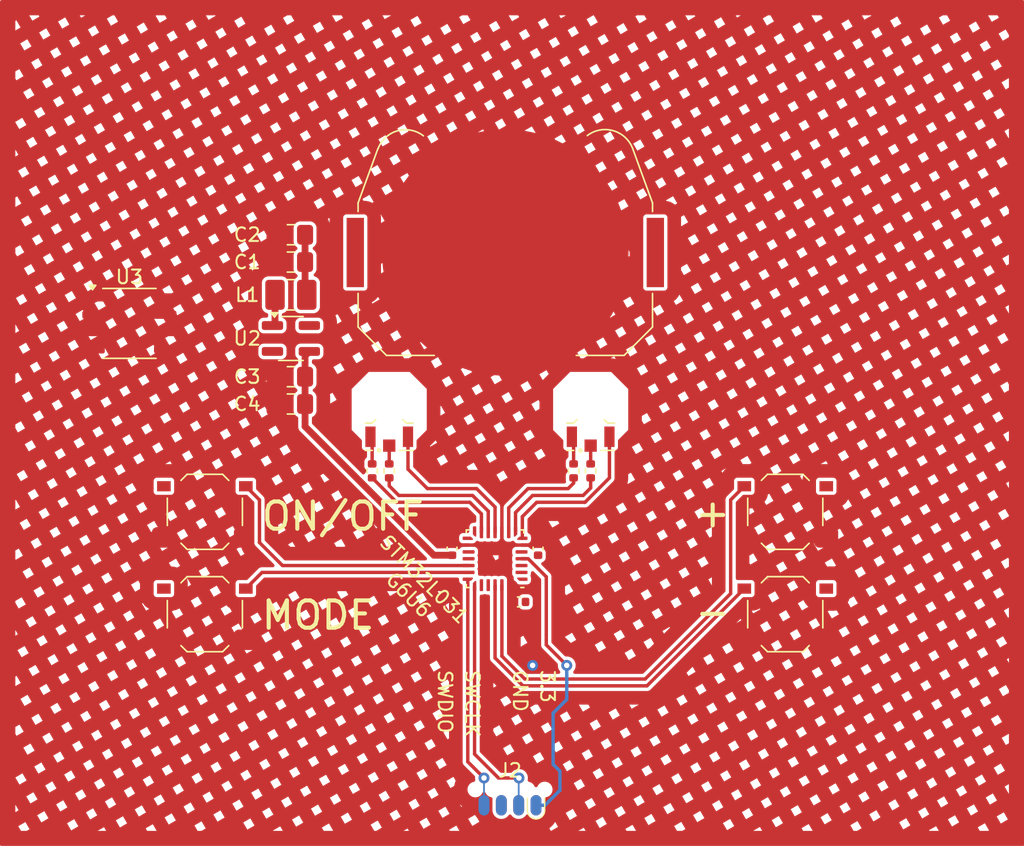
<source format=kicad_pcb>
(kicad_pcb (version 20240108) (generator "pcbnew") (generator_version "8.0")
  (layers (0 "F.Cu" signal) (31 "B.Cu" signal) (34 "B.Paste" user) (35 "F.Paste" user) (36 "B.SilkS" user "B.Silkscreen") (37 "F.SilkS" user "F.Silkscreen") (38 "B.Mask" user) (39 "F.Mask" user) (44 "Edge.Cuts" user))
  (net 0 "")
  (net 1 "GND")
  (net 2 "+3.3V")
  (net 3 "+BATT")
  (net 4 "/GREEN_1")
  (net 5 "/RED_1")
  (net 6 "/RED_K_1")
  (net 7 "/GREEN_K_1")
  (net 8 "/RED_K_2")
  (net 9 "/GREEN_K_2")
  (net 10 "/RED_2")
  (net 11 "/GREEN_2")
  (net 12 "/ANODE_1")
  (net 13 "/SW3")
  (net 14 "/SW4")
  (net 15 "/NRST")
  (net 16 "/SWDIO")
  (net 17 "/SWCLK")
  (net 18 "/ANODE_2")
  (net 19 "/SW1")
  (net 20 "/SW2")
  (net 28 "/SWO")
  (net 31 "/P_IND")
  (net 33 "/SWIO")
  (footprint "Button_Switch_SMD:SW_Push_1P1T_XKB_TS-1187A" (layer "F.Cu") (at 110 70)
    (property "Reference" "SW4")
    (property "Value" "SW_Push")
    (fp_line (start -2.75 -1) (end -2.75 1) (stroke (width 0.12)) (layer "F.SilkS"))
    (fp_line (start -1.75 -2.3) (end -1.3 -2.75) (stroke (width 0.12)) (layer "F.SilkS"))
    (fp_line (start -1.75 2.3) (end -1.3 2.75) (stroke (width 0.12)) (layer "F.SilkS"))
    (fp_line (start -1.3 -2.75) (end 1.3 -2.75) (stroke (width 0.12)) (layer "F.SilkS"))
    (fp_line (start -1.3 2.75) (end 1.3 2.75) (stroke (width 0.12)) (layer "F.SilkS"))
    (fp_line (start 1.75 -2.3) (end 1.3 -2.75) (stroke (width 0.12)) (layer "F.SilkS"))
    (fp_line (start 1.75 2.3) (end 1.3 2.75) (stroke (width 0.12)) (layer "F.SilkS"))
    (fp_line (start 2.75 -1) (end 2.75 1) (stroke (width 0.12)) (layer "F.SilkS"))
    (pad "1" smd rect (at -3 -1.875) (size 1 0.75) (layers "F.Cu" "F.Paste" "F.Mask") (net 14 "/SW4"))
    (pad "1" smd rect (at 3 -1.875) (size 1 0.75) (layers "F.Cu" "F.Paste" "F.Mask") (net 14 "/SW4"))
    (pad "2" smd rect (at -3 1.875) (size 1 0.75) (layers "F.Cu" "F.Paste" "F.Mask") (net 1 "GND"))
    (pad "2" smd rect (at 3 1.875) (size 1 0.75) (layers "F.Cu" "F.Paste" "F.Mask") (net 1 "GND"))
  )
  (footprint "Capacitor_SMD:C_0805_2012Metric_Pad1.18x1.45mm_HandSolder" (layer "F.Cu") (at 73.8 42.2 180)
    (property "Reference" "C2" (at 3.2 0 180) (layer "F.SilkS"))
    (property "Value" "22u")
    (fp_line (start -0.261253 0.735) (end 0.261253 0.735) (stroke (width 0.12)) (layer "F.SilkS"))
    (fp_line (start -0.261253 -0.735) (end 0.261253 -0.735) (stroke (width 0.12)) (layer "F.SilkS"))
    (pad "1" smd roundrect (at -1.0375 0 180) (size 1.175 1.45) (layers "F.Cu" "F.Paste" "F.Mask") (roundrect_rratio 0.212766) (net 3 "+BATT"))
    (pad "2" smd roundrect (at 1.0375 0 180) (size 1.175 1.45) (layers "F.Cu" "F.Paste" "F.Mask") (roundrect_rratio 0.212766) (net 1 "GND"))
  )
  (footprint "LED_SMD:LED_LiteOn_LTST-S326" (layer "F.Cu") (at 95.75 57 90)
    (property "Reference" "D1")
    (property "Value" "LED_Dual_KKA")
    (fp_line (start 1 -1.75) (end 1 -1.25) (stroke (width 0.12)) (layer "F.SilkS"))
    (fp_line (start -1 -1.75) (end -1 -1.25) (stroke (width 0.12)) (layer "F.SilkS"))
    (fp_line (start 1 -1.25) (end 1.25 -1) (stroke (width 0.12)) (layer "F.SilkS"))
    (fp_line (start 1 1.25) (end 1.25 1) (stroke (width 0.12)) (layer "F.SilkS"))
    (fp_line (start 1 1.25) (end 1 1.75) (stroke (width 0.12)) (layer "F.SilkS"))
    (fp_line (start -1 1.75) (end -1 0.75) (stroke (width 0.12)) (layer "F.SilkS"))
    (fp_circle (center -1 -0.75) (end -0.9 -0.75) (stroke (width 0.12)) (fill none) (layer "F.SilkS"))
    (pad "1" smd rect (at 0 -1.375 270) (size 1.5 0.75) (layers "F.Cu" "F.Paste" "F.Mask") (net 6 "/RED_K_1"))
    (pad "2" smd rect (at -0.65 0 270) (size 0.9 0.9) (layers "F.Cu" "F.Paste" "F.Mask") (net 7 "/GREEN_K_1"))
    (pad "3" smd rect (at 0 1.375 270) (size 1.5 0.75) (layers "F.Cu" "F.Paste" "F.Mask") (net 12 "/ANODE_1"))
  )
  (footprint "Resistor_SMD:R_0402_1005Metric" (layer "F.Cu") (at 94.5 59.5 -90)
    (property "Reference" "R1")
    (property "Value" "33R")
    (fp_line (start -0.153641 0.38) (end 0.153641 0.38) (stroke (width 0.12)) (layer "F.SilkS"))
    (fp_line (start -0.153641 -0.38) (end 0.153641 -0.38) (stroke (width 0.12)) (layer "F.SilkS"))
    (pad "1" smd roundrect (at -0.51 0 270) (size 0.54 0.64) (layers "F.Cu" "F.Paste" "F.Mask") (net 6 "/RED_K_1"))
    (pad "2" smd roundrect (at 0.51 0 270) (size 0.54 0.64) (layers "F.Cu" "F.Paste" "F.Mask") (net 5 "/RED_1"))
  )
  (footprint "Capacitor_SMD:C_0805_2012Metric_Pad1.18x1.45mm_HandSolder" (layer "F.Cu") (at 73.8 54.6 180)
    (property "Reference" "C4" (at 3.2 0 180) (layer "F.SilkS"))
    (property "Value" "22u")
    (fp_line (start -0.261253 0.735) (end 0.261253 0.735) (stroke (width 0.12)) (layer "F.SilkS"))
    (fp_line (start -0.261253 -0.735) (end 0.261253 -0.735) (stroke (width 0.12)) (layer "F.SilkS"))
    (pad "1" smd roundrect (at -1.0375 0 180) (size 1.175 1.45) (layers "F.Cu" "F.Paste" "F.Mask") (roundrect_rratio 0.212766) (net 2 "+3.3V"))
    (pad "2" smd roundrect (at 1.0375 0 180) (size 1.175 1.45) (layers "F.Cu" "F.Paste" "F.Mask") (roundrect_rratio 0.212766) (net 1 "GND"))
  )
  (footprint "Package_SO:SOP-8_3.9x4.9mm_P1.27mm" (layer "F.Cu") (at 61.975 48.695)
    (property "Reference" "U3" (at 0 -3.4 0) (layer "F.SilkS"))
    (property "Value" "CH32V003JxMx")
    (fp_line (start 0 -2.56) (end -1.95 -2.56) (stroke (width 0.12)) (layer "F.SilkS"))
    (fp_line (start 0 -2.56) (end 1.95 -2.56) (stroke (width 0.12)) (layer "F.SilkS"))
    (fp_line (start 0 2.56) (end -1.95 2.56) (stroke (width 0.12)) (layer "F.SilkS"))
    (fp_line (start 0 2.56) (end 1.95 2.56) (stroke (width 0.12)) (layer "F.SilkS"))
    (fp_poly (pts (xy -2.7 -2.465) (xy -2.94 -2.795) (xy -2.46 -2.795) (xy -2.7 -2.465)) (stroke (width 0.12)) (fill solid) (layer "F.SilkS"))
    (pad "1" smd roundrect (at -2.625 -1.905) (size 1.65 0.6) (layers "F.Cu" "F.Paste" "F.Mask"))
    (pad "2" smd roundrect (at -2.625 -0.635) (size 1.65 0.6) (layers "F.Cu" "F.Paste" "F.Mask") (net 1 "GND"))
    (pad "3" smd roundrect (at -2.625 0.635) (size 1.65 0.6) (layers "F.Cu" "F.Paste" "F.Mask"))
    (pad "4" smd roundrect (at -2.625 1.905) (size 1.65 0.6) (layers "F.Cu" "F.Paste" "F.Mask") (net 2 "+3.3V"))
    (pad "5" smd roundrect (at 2.625 1.905) (size 1.65 0.6) (layers "F.Cu" "F.Paste" "F.Mask"))
    (pad "6" smd roundrect (at 2.625 0.635) (size 1.65 0.6) (layers "F.Cu" "F.Paste" "F.Mask"))
    (pad "7" smd roundrect (at 2.625 -0.635) (size 1.65 0.6) (layers "F.Cu" "F.Paste" "F.Mask"))
    (pad "8" smd roundrect (at 2.625 -1.905) (size 1.65 0.6) (layers "F.Cu" "F.Paste" "F.Mask") (net 33 "/SWIO"))
  )
  (footprint "Button_Switch_SMD:SW_Push_1P1T_XKB_TS-1187A" (layer "F.Cu") (at 110 62.5)
    (property "Reference" "SW3")
    (property "Value" "SW_Push")
    (fp_line (start -2.75 -1) (end -2.75 1) (stroke (width 0.12)) (layer "F.SilkS"))
    (fp_line (start -1.75 -2.3) (end -1.3 -2.75) (stroke (width 0.12)) (layer "F.SilkS"))
    (fp_line (start -1.75 2.3) (end -1.3 2.75) (stroke (width 0.12)) (layer "F.SilkS"))
    (fp_line (start -1.3 -2.75) (end 1.3 -2.75) (stroke (width 0.12)) (layer "F.SilkS"))
    (fp_line (start -1.3 2.75) (end 1.3 2.75) (stroke (width 0.12)) (layer "F.SilkS"))
    (fp_line (start 1.75 -2.3) (end 1.3 -2.75) (stroke (width 0.12)) (layer "F.SilkS"))
    (fp_line (start 1.75 2.3) (end 1.3 2.75) (stroke (width 0.12)) (layer "F.SilkS"))
    (fp_line (start 2.75 -1) (end 2.75 1) (stroke (width 0.12)) (layer "F.SilkS"))
    (pad "1" smd rect (at -3 -1.875) (size 1 0.75) (layers "F.Cu" "F.Paste" "F.Mask") (net 13 "/SW3"))
    (pad "1" smd rect (at 3 -1.875) (size 1 0.75) (layers "F.Cu" "F.Paste" "F.Mask") (net 13 "/SW3"))
    (pad "2" smd rect (at -3 1.875) (size 1 0.75) (layers "F.Cu" "F.Paste" "F.Mask") (net 1 "GND"))
    (pad "2" smd rect (at 3 1.875) (size 1 0.75) (layers "F.Cu" "F.Paste" "F.Mask") (net 1 "GND"))
  )
  (footprint "Resistor_SMD:R_0402_1005Metric" (layer "F.Cu") (at 81 59.5 -90)
    (property "Reference" "R4")
    (property "Value" "33R" (hide yes))
    (fp_line (start -0.153641 0.38) (end 0.153641 0.38) (stroke (width 0.12)) (layer "F.SilkS"))
    (fp_line (start -0.153641 -0.38) (end 0.153641 -0.38) (stroke (width 0.12)) (layer "F.SilkS"))
    (pad "1" smd roundrect (at -0.51 0 270) (size 0.54 0.64) (layers "F.Cu" "F.Paste" "F.Mask") (net 9 "/GREEN_K_2"))
    (pad "2" smd roundrect (at 0.51 0 270) (size 0.54 0.64) (layers "F.Cu" "F.Paste" "F.Mask") (net 11 "/GREEN_2"))
  )
  (footprint "Inductor_SMD:L_1008_2520Metric_Pad1.43x2.20mm_HandSolder" (layer "F.Cu") (at 73.8 46.6 180)
    (property "Reference" "L1" (at 3.2 0 180) (layer "F.SilkS"))
    (property "Value" "4.7uH")
    (fp_line (start -0.261253 1.11) (end 0.261253 1.11) (stroke (width 0.12)) (layer "F.SilkS"))
    (fp_line (start -0.261253 -1.11) (end 0.261253 -1.11) (stroke (width 0.12)) (layer "F.SilkS"))
    (pad "1" smd roundrect (at -1.162501 0 180) (size 1.425 2.2) (layers "F.Cu" "F.Paste" "F.Mask") (roundrect_rratio 0.175439) (net 3 "+BATT"))
    (pad "2" smd roundrect (at 1.162501 0 180) (size 1.425 2.2) (layers "F.Cu" "F.Paste" "F.Mask") (roundrect_rratio 0.175439) (net 31 "/P_IND"))
  )
  (footprint "Resistor_SMD:R_0402_1005Metric" (layer "F.Cu") (at 95.75 59.5 -90)
    (property "Reference" "R2")
    (property "Value" "33R")
    (fp_line (start -0.153641 0.38) (end 0.153641 0.38) (stroke (width 0.12)) (layer "F.SilkS"))
    (fp_line (start -0.153641 -0.38) (end 0.153641 -0.38) (stroke (width 0.12)) (layer "F.SilkS"))
    (pad "1" smd roundrect (at -0.51 0 270) (size 0.54 0.64) (layers "F.Cu" "F.Paste" "F.Mask") (net 7 "/GREEN_K_1"))
    (pad "2" smd roundrect (at 0.51 0 270) (size 0.54 0.64) (layers "F.Cu" "F.Paste" "F.Mask") (net 4 "/GREEN_1"))
  )
  (footprint "Capacitor_SMD:C_0402_1005Metric" (layer "F.Cu") (at 91.9 65.2 90)
    (property "Reference" "C6")
    (property "Value" "100n")
    (fp_line (start -0.107836 -0.36) (end 0.107836 -0.36) (stroke (width 0.12)) (layer "F.SilkS"))
    (fp_line (start -0.107836 0.36) (end 0.107836 0.36) (stroke (width 0.12)) (layer "F.SilkS"))
    (pad "1" smd roundrect (at -0.48 0 90) (size 0.56 0.62) (layers "F.Cu" "F.Paste" "F.Mask") (net 2 "+3.3V"))
    (pad "2" smd roundrect (at 0.48 0 90) (size 0.56 0.62) (layers "F.Cu" "F.Paste" "F.Mask") (net 1 "GND"))
  )
  (footprint "Capacitor_SMD:C_0805_2012Metric_Pad1.18x1.45mm_HandSolder" (layer "F.Cu") (at 73.8 52.6 180)
    (property "Reference" "C3" (at 3.2 0 180) (layer "F.SilkS"))
    (property "Value" "22u")
    (fp_line (start -0.261253 0.735) (end 0.261253 0.735) (stroke (width 0.12)) (layer "F.SilkS"))
    (fp_line (start -0.261253 -0.735) (end 0.261253 -0.735) (stroke (width 0.12)) (layer "F.SilkS"))
    (pad "1" smd roundrect (at -1.0375 0 180) (size 1.175 1.45) (layers "F.Cu" "F.Paste" "F.Mask") (roundrect_rratio 0.212766) (net 2 "+3.3V"))
    (pad "2" smd roundrect (at 1.0375 0 180) (size 1.175 1.45) (layers "F.Cu" "F.Paste" "F.Mask") (roundrect_rratio 0.212766) (net 1 "GND"))
  )
  (footprint "Resistor_SMD:R_0402_1005Metric" (layer "F.Cu") (at 79.75 59.5 -90)
    (property "Reference" "R3")
    (property "Value" "33R" (hide yes))
    (fp_line (start -0.153641 0.38) (end 0.153641 0.38) (stroke (width 0.12)) (layer "F.SilkS"))
    (fp_line (start -0.153641 -0.38) (end 0.153641 -0.38) (stroke (width 0.12)) (layer "F.SilkS"))
    (pad "1" smd roundrect (at -0.51 0 270) (size 0.54 0.64) (layers "F.Cu" "F.Paste" "F.Mask") (net 8 "/RED_K_2"))
    (pad "2" smd roundrect (at 0.51 0 270) (size 0.54 0.64) (layers "F.Cu" "F.Paste" "F.Mask") (net 10 "/RED_2"))
  )
  (footprint "Capacitor_SMD:C_0805_2012Metric_Pad1.18x1.45mm_HandSolder" (layer "F.Cu") (at 73.8 44.2 180)
    (property "Reference" "C1" (at 3.2 0 180) (layer "F.SilkS"))
    (property "Value" "22u")
    (fp_line (start -0.261253 0.735) (end 0.261253 0.735) (stroke (width 0.12)) (layer "F.SilkS"))
    (fp_line (start -0.261253 -0.735) (end 0.261253 -0.735) (stroke (width 0.12)) (layer "F.SilkS"))
    (pad "1" smd roundrect (at -1.0375 0 180) (size 1.175 1.45) (layers "F.Cu" "F.Paste" "F.Mask") (roundrect_rratio 0.212766) (net 3 "+BATT"))
    (pad "2" smd roundrect (at 1.0375 0 180) (size 1.175 1.45) (layers "F.Cu" "F.Paste" "F.Mask") (roundrect_rratio 0.212766) (net 1 "GND"))
  )
  (footprint "Capacitor_SMD:C_0402_1005Metric" (layer "F.Cu") (at 90.5 69.1 180)
    (property "Reference" "C7")
    (property "Value" "100n")
    (fp_line (start -0.107836 0.36) (end 0.107836 0.36) (stroke (width 0.12)) (layer "F.SilkS"))
    (fp_line (start -0.107836 -0.36) (end 0.107836 -0.36) (stroke (width 0.12)) (layer "F.SilkS"))
    (pad "1" smd roundrect (at -0.48 0 180) (size 0.56 0.62) (layers "F.Cu" "F.Paste" "F.Mask") (net 2 "+3.3V"))
    (pad "2" smd roundrect (at 0.48 0 180) (size 0.56 0.62) (layers "F.Cu" "F.Paste" "F.Mask") (net 1 "GND"))
  )
  (footprint "LED_SMD:LED_LiteOn_LTST-S326" (layer "F.Cu") (at 81 57 90)
    (property "Reference" "D2")
    (property "Value" "LED_Dual_KKA")
    (fp_line (start 1 -1.75) (end 1 -1.25) (stroke (width 0.12)) (layer "F.SilkS"))
    (fp_line (start -1 -1.75) (end -1 -1.25) (stroke (width 0.12)) (layer "F.SilkS"))
    (fp_line (start 1 -1.25) (end 1.25 -1) (stroke (width 0.12)) (layer "F.SilkS"))
    (fp_line (start 1 1.25) (end 1.25 1) (stroke (width 0.12)) (layer "F.SilkS"))
    (fp_line (start 1 1.25) (end 1 1.75) (stroke (width 0.12)) (layer "F.SilkS"))
    (fp_line (start -1 1.75) (end -1 0.75) (stroke (width 0.12)) (layer "F.SilkS"))
    (fp_circle (center -1 -0.75) (end -0.9 -0.75) (stroke (width 0.12)) (fill none) (layer "F.SilkS"))
    (pad "1" smd rect (at 0 -1.375 270) (size 1.5 0.75) (layers "F.Cu" "F.Paste" "F.Mask") (net 8 "/RED_K_2"))
    (pad "2" smd rect (at -0.65 0 270) (size 0.9 0.9) (layers "F.Cu" "F.Paste" "F.Mask") (net 9 "/GREEN_K_2"))
    (pad "3" smd rect (at 0 1.375 270) (size 1.5 0.75) (layers "F.Cu" "F.Paste" "F.Mask") (net 18 "/ANODE_2"))
  )
  (footprint "Button_Switch_SMD:SW_Push_1P1T_XKB_TS-1187A" (layer "F.Cu") (at 67.5 62.5)
    (property "Reference" "SW1")
    (property "Value" "SW_Push")
    (fp_line (start -2.75 -1) (end -2.75 1) (stroke (width 0.12)) (layer "F.SilkS"))
    (fp_line (start -1.75 -2.3) (end -1.3 -2.75) (stroke (width 0.12)) (layer "F.SilkS"))
    (fp_line (start -1.75 2.3) (end -1.3 2.75) (stroke (width 0.12)) (layer "F.SilkS"))
    (fp_line (start -1.3 -2.75) (end 1.3 -2.75) (stroke (width 0.12)) (layer "F.SilkS"))
    (fp_line (start -1.3 2.75) (end 1.3 2.75) (stroke (width 0.12)) (layer "F.SilkS"))
    (fp_line (start 1.75 -2.3) (end 1.3 -2.75) (stroke (width 0.12)) (layer "F.SilkS"))
    (fp_line (start 1.75 2.3) (end 1.3 2.75) (stroke (width 0.12)) (layer "F.SilkS"))
    (fp_line (start 2.75 -1) (end 2.75 1) (stroke (width 0.12)) (layer "F.SilkS"))
    (pad "1" smd rect (at -3 -1.875) (size 1 0.75) (layers "F.Cu" "F.Paste" "F.Mask") (net 19 "/SW1"))
    (pad "1" smd rect (at 3 -1.875) (size 1 0.75) (layers "F.Cu" "F.Paste" "F.Mask") (net 19 "/SW1"))
    (pad "2" smd rect (at -3 1.875) (size 1 0.75) (layers "F.Cu" "F.Paste" "F.Mask") (net 1 "GND"))
    (pad "2" smd rect (at 3 1.875) (size 1 0.75) (layers "F.Cu" "F.Paste" "F.Mask") (net 1 "GND"))
  )
  (footprint "Capacitor_SMD:C_0402_1005Metric" (layer "F.Cu") (at 85.6 65.2 90)
    (property "Reference" "C5")
    (property "Value" "100n")
    (fp_line (start -0.107836 -0.36) (end 0.107836 -0.36) (stroke (width 0.12)) (layer "F.SilkS"))
    (fp_line (start -0.107836 0.36) (end 0.107836 0.36) (stroke (width 0.12)) (layer "F.SilkS"))
    (pad "1" smd roundrect (at -0.48 0 90) (size 0.56 0.62) (layers "F.Cu" "F.Paste" "F.Mask") (net 2 "+3.3V"))
    (pad "2" smd roundrect (at 0.48 0 90) (size 0.56 0.62) (layers "F.Cu" "F.Paste" "F.Mask") (net 1 "GND"))
  )
  (footprint "SOIC Bite:SOIC_clipProgSmall" (layer "F.Cu") (at 89.845 84.75)
    (property "Reference" "J2" (at 0 -3.302 0) (layer "F.SilkS"))
    (property "Value" "SWD")
    (fp_line (start 1.27 -0.381) (end 1.27 -1.27) (stroke (width 0.1)) (layer "F.SilkS"))
    (fp_line (start 2.54 -0.381) (end 2.54 -1.27) (stroke (width 0.1)) (layer "F.SilkS"))
    (fp_arc (start 2.54 -0.381) (mid 1.905 0.254) (end 1.27 -0.381) (stroke (width 0.1)) (layer "F.SilkS"))
    (pad "" np_thru_hole circle (at -2.54 -1.905) (size 0.7 0.7) (drill 0.7) (layers "*.Cu" "*.Mask"))
    (pad "" np_thru_hole circle (at -1.27 -1.905) (size 0.7 0.7) (drill 0.7) (layers "*.Cu" "*.Mask"))
    (pad "" np_thru_hole circle (at 0 -1.905) (size 0.7 0.7) (drill 0.7) (layers "*.Cu" "*.Mask"))
    (pad "" np_thru_hole circle (at 1.27 -1.905) (size 0.7 0.7) (drill 0.7) (layers "*.Cu" "*.Mask"))
    (pad "" np_thru_hole circle (at 2.54 -1.905) (size 0.7 0.7) (drill 0.7) (layers "*.Cu" "*.Mask"))
    (pad "1" smd oval (at 1.905 -0.75) (size 0.8 1.5) (layers "F.Cu" "F.Mask") (net 2 "+3.3V"))
    (pad "2" smd oval (at 0.635 -0.75) (size 0.8 1.5) (layers "F.Cu" "F.Mask"))
    (pad "3" smd oval (at -0.635 -0.75) (size 0.8 1.5) (layers "F.Cu" "F.Mask"))
    (pad "4" smd oval (at -1.905 -0.75) (size 0.8 1.5) (layers "F.Cu" "F.Mask") (net 1 "GND"))
    (pad "5" smd oval (at -1.905 -0.75) (size 0.8 1.5) (layers "B.Cu" "B.Mask") (net 16 "/SWDIO"))
    (pad "6" smd oval (at -0.635 -0.75) (size 0.8 1.5) (layers "B.Cu" "B.Mask") (net 28 "/SWO"))
    (pad "7" smd oval (at 0.635 -0.75) (size 0.8 1.5) (layers "B.Cu" "B.Mask") (net 17 "/SWCLK"))
    (pad "8" smd oval (at 1.905 -0.75) (size 0.8 1.5) (layers "B.Cu" "B.Mask") (net 15 "/NRST"))
  )
  (footprint "Button_Switch_SMD:SW_Push_1P1T_XKB_TS-1187A" (layer "F.Cu") (at 67.5 70)
    (property "Reference" "SW2")
    (property "Value" "SW_Push")
    (fp_line (start -2.75 -1) (end -2.75 1) (stroke (width 0.12)) (layer "F.SilkS"))
    (fp_line (start -1.75 -2.3) (end -1.3 -2.75) (stroke (width 0.12)) (layer "F.SilkS"))
    (fp_line (start -1.75 2.3) (end -1.3 2.75) (stroke (width 0.12)) (layer "F.SilkS"))
    (fp_line (start -1.3 -2.75) (end 1.3 -2.75) (stroke (width 0.12)) (layer "F.SilkS"))
    (fp_line (start -1.3 2.75) (end 1.3 2.75) (stroke (width 0.12)) (layer "F.SilkS"))
    (fp_line (start 1.75 -2.3) (end 1.3 -2.75) (stroke (width 0.12)) (layer "F.SilkS"))
    (fp_line (start 1.75 2.3) (end 1.3 2.75) (stroke (width 0.12)) (layer "F.SilkS"))
    (fp_line (start 2.75 -1) (end 2.75 1) (stroke (width 0.12)) (layer "F.SilkS"))
    (pad "1" smd rect (at -3 -1.875) (size 1 0.75) (layers "F.Cu" "F.Paste" "F.Mask") (net 20 "/SW2"))
    (pad "1" smd rect (at 3 -1.875) (size 1 0.75) (layers "F.Cu" "F.Paste" "F.Mask") (net 20 "/SW2"))
    (pad "2" smd rect (at -3 1.875) (size 1 0.75) (layers "F.Cu" "F.Paste" "F.Mask") (net 1 "GND"))
    (pad "2" smd rect (at 3 1.875) (size 1 0.75) (layers "F.Cu" "F.Paste" "F.Mask") (net 1 "GND"))
  )
  (footprint "Package_TO_SOT_SMD:SOT-23-5_HandSoldering" (layer "F.Cu") (at 73.8 49.8)
    (property "Reference" "U2" (at -3.2 0 0) (layer "F.SilkS"))
    (property "Value" "TPS613221ADBV")
    (fp_line (start -0.9 1.61) (end 0.9 1.61) (stroke (width 0.12)) (layer "F.SilkS"))
    (fp_line (start 0.1 -1.61) (end -0.7 -1.61) (stroke (width 0.12)) (layer "F.SilkS"))
    (fp_line (start 0.1 -1.61) (end 0.9 -1.61) (stroke (width 0.12)) (layer "F.SilkS"))
    (fp_poly (pts (xy -1.2 -1.56) (xy -1.44 -1.89) (xy -0.96 -1.89) (xy -1.2 -1.56)) (stroke (width 0.12)) (fill solid) (layer "F.SilkS"))
    (pad "1" smd roundrect (at -1.35 -0.95) (size 1.56 0.65) (layers "F.Cu" "F.Paste" "F.Mask") (net 31 "/P_IND"))
    (pad "2" smd roundrect (at -1.35 0) (size 1.56 0.65) (layers "F.Cu" "F.Paste" "F.Mask") (net 1 "GND"))
    (pad "3" smd roundrect (at -1.35 0.95) (size 1.56 0.65) (layers "F.Cu" "F.Paste" "F.Mask"))
    (pad "4" smd roundrect (at 1.35 0.95) (size 1.56 0.65) (layers "F.Cu" "F.Paste" "F.Mask") (net 2 "+3.3V"))
    (pad "5" smd roundrect (at 1.35 -0.95) (size 1.56 0.65) (layers "F.Cu" "F.Paste" "F.Mask"))
  )
  (footprint "Package_DFN_QFN:QFN-28_4x4mm_P0.5mm" (layer "F.Cu") (at 88.75 65.9375 180)
    (property "Reference" "U1")
    (property "Value" "STM32L031G6U6")
    (fp_line (start 2.11 2.11) (end 2.11 1.885) (stroke (width 0.12)) (layer "F.SilkS"))
    (fp_line (start 2.11 -2.11) (end 2.11 -1.885) (stroke (width 0.12)) (layer "F.SilkS"))
    (fp_line (start 1.885 2.11) (end 2.11 2.11) (stroke (width 0.12)) (layer "F.SilkS"))
    (fp_line (start 1.885 -2.11) (end 2.11 -2.11) (stroke (width 0.12)) (layer "F.SilkS"))
    (fp_line (start -1.885 2.11) (end -2.11 2.11) (stroke (width 0.12)) (layer "F.SilkS"))
    (fp_line (start -1.885 -2.11) (end -2.11 -2.11) (stroke (width 0.12)) (layer "F.SilkS"))
    (fp_line (start -2.11 2.11) (end -2.11 1.885) (stroke (width 0.12)) (layer "F.SilkS"))
    (pad "1" smd custom (at -1.9975 -1.5 180) (size 0.136863 0.136863) (layers "F.Cu" "F.Paste" "F.Mask") (net 2 "+3.3V") (options (clearance outline) (anchor circle)) (primitives (gr_poly (pts (xy 0.3325 0.05364) (xy 0.3325 0.08) (xy -0.3325 0.08) (xy -0.3325 -0.08) (xy 0.19886 -0.08)) (width 0.09) (fill yes))))
    (pad "2" smd roundrect (at -1.9375 -1 180) (size 0.875 0.25) (layers "F.Cu" "F.Paste" "F.Mask") (net 2 "+3.3V"))
    (pad "3" smd roundrect (at -1.9375 -0.5 180) (size 0.875 0.25) (layers "F.Cu" "F.Paste" "F.Mask") (net 2 "+3.3V"))
    (pad "4" smd roundrect (at -1.9375 0 180) (size 0.875 0.25) (layers "F.Cu" "F.Paste" "F.Mask") (net 15 "/NRST"))
    (pad "5" smd roundrect (at -1.9375 0.5 180) (size 0.875 0.25) (layers "F.Cu" "F.Paste" "F.Mask") (net 2 "+3.3V"))
    (pad "6" smd roundrect (at -1.9375 1 180) (size 0.875 0.25) (layers "F.Cu" "F.Paste" "F.Mask") (net 1 "GND"))
    (pad "7" smd custom (at -1.9975 1.5 180) (size 0.136863 0.136863) (layers "F.Cu" "F.Paste" "F.Mask") (net 12 "/ANODE_1") (options (clearance outline) (anchor circle)) (primitives (gr_poly (pts (xy 0.3325 -0.05364) (xy 0.19886 0.08) (xy -0.3325 0.08) (xy -0.3325 -0.08) (xy 0.3325 -0.08)) (width 0.09) (fill yes))))
    (pad "8" smd custom (at -1.5 1.9975 180) (size 0.136863 0.136863) (layers "F.Cu" "F.Paste" "F.Mask") (net 4 "/GREEN_1") (options (clearance outline) (anchor circle)) (primitives (gr_poly (pts (xy 0.08 0.3325) (xy -0.08 0.3325) (xy -0.08 -0.19886) (xy 0.05364 -0.3325) (xy 0.08 -0.3325)) (width 0.09) (fill yes))))
    (pad "9" smd roundrect (at -1 1.9375 180) (size 0.25 0.875) (layers "F.Cu" "F.Paste" "F.Mask") (net 5 "/RED_1"))
    (pad "10" smd roundrect (at -0.5 1.9375 180) (size 0.25 0.875) (layers "F.Cu" "F.Paste" "F.Mask") (net 1 "GND"))
    (pad "11" smd roundrect (at 0 1.9375 180) (size 0.25 0.875) (layers "F.Cu" "F.Paste" "F.Mask") (net 18 "/ANODE_2"))
    (pad "12" smd roundrect (at 0.5 1.9375 180) (size 0.25 0.875) (layers "F.Cu" "F.Paste" "F.Mask") (net 11 "/GREEN_2"))
    (pad "13" smd roundrect (at 1 1.9375 180) (size 0.25 0.875) (layers "F.Cu" "F.Paste" "F.Mask") (net 10 "/RED_2"))
    (pad "14" smd custom (at 1.5 1.9975 180) (size 0.136863 0.136863) (layers "F.Cu" "F.Paste" "F.Mask") (options (clearance outline) (anchor circle)) (primitives (gr_poly (pts (xy 0.08 -0.19886) (xy 0.08 0.3325) (xy -0.08 0.3325) (xy -0.08 -0.3325) (xy -0.05364 -0.3325)) (width 0.09) (fill yes))))
    (pad "15" smd custom (at 1.9975 1.5 180) (size 0.136863 0.136863) (layers "F.Cu" "F.Paste" "F.Mask") (options (clearance outline) (anchor circle)) (primitives (gr_poly (pts (xy 0.3325 0.08) (xy -0.19886 0.08) (xy -0.3325 -0.05364) (xy -0.3325 -0.08) (xy 0.3325 -0.08)) (width 0.09) (fill yes))))
    (pad "16" smd roundrect (at 1.9375 1 180) (size 0.875 0.25) (layers "F.Cu" "F.Paste" "F.Mask") (net 1 "GND"))
    (pad "17" smd roundrect (at 1.9375 0.5 180) (size 0.875 0.25) (layers "F.Cu" "F.Paste" "F.Mask") (net 2 "+3.3V"))
    (pad "18" smd roundrect (at 1.9375 0 180) (size 0.875 0.25) (layers "F.Cu" "F.Paste" "F.Mask"))
    (pad "19" smd roundrect (at 1.9375 -0.5 180) (size 0.875 0.25) (layers "F.Cu" "F.Paste" "F.Mask") (net 19 "/SW1"))
    (pad "20" smd roundrect (at 1.9375 -1 180) (size 0.875 0.25) (layers "F.Cu" "F.Paste" "F.Mask") (net 20 "/SW2"))
    (pad "21" smd custom (at 1.9975 -1.5 180) (size 0.136863 0.136863) (layers "F.Cu" "F.Paste" "F.Mask") (net 16 "/SWDIO") (options (clearance outline) (anchor circle)) (primitives (gr_poly (pts (xy 0.3325 0.08) (xy -0.3325 0.08) (xy -0.3325 0.05364) (xy -0.19886 -0.08) (xy 0.3325 -0.08)) (width 0.09) (fill yes))))
    (pad "22" smd custom (at 1.5 -1.9975 180) (size 0.136863 0.136863) (layers "F.Cu" "F.Paste" "F.Mask") (net 17 "/SWCLK") (options (clearance outline) (anchor circle)) (primitives (gr_poly (pts (xy 0.08 0.19886) (xy -0.05364 0.3325) (xy -0.08 0.3325) (xy -0.08 -0.3325) (xy 0.08 -0.3325)) (width 0.09) (fill yes))))
    (pad "23" smd roundrect (at 1 -1.9375 180) (size 0.25 0.875) (layers "F.Cu" "F.Paste" "F.Mask"))
    (pad "24" smd roundrect (at 0.5 -1.9375 180) (size 0.25 0.875) (layers "F.Cu" "F.Paste" "F.Mask"))
    (pad "25" smd roundrect (at 0 -1.9375 180) (size 0.25 0.875) (layers "F.Cu" "F.Paste" "F.Mask") (net 14 "/SW4"))
    (pad "26" smd roundrect (at -0.5 -1.9375 180) (size 0.25 0.875) (layers "F.Cu" "F.Paste" "F.Mask") (net 13 "/SW3"))
    (pad "27" smd roundrect (at -1 -1.9375 180) (size 0.25 0.875) (layers "F.Cu" "F.Paste" "F.Mask") (net 1 "GND"))
    (pad "28" smd custom (at -1.5 -1.9975 180) (size 0.136863 0.136863) (layers "F.Cu" "F.Paste" "F.Mask") (net 1 "GND") (options (clearance outline) (anchor circle)) (primitives (gr_poly (pts (xy 0.08 0.3325) (xy 0.05364 0.3325) (xy -0.08 0.19886) (xy -0.08 -0.3325) (xy 0.08 -0.3325)) (width 0.09) (fill yes))))
  )
  (footprint "Battery:BatteryHolder_Keystone_3034_1x20mm" (layer "F.Cu") (at 89.5 43.5 180)
    (property "Reference" "BT1")
    (property "Value" "CR2032")
    (fp_line (start 10.78 3.63) (end 9.34 7.58) (stroke (width 0.12)) (layer "F.SilkS"))
    (fp_line (start 10.78 3) (end 10.78 3.63) (stroke (width 0.12)) (layer "F.SilkS"))
    (fp_line (start 10.78 -5.46) (end 10.78 -3) (stroke (width 0.12)) (layer "F.SilkS"))
    (fp_line (start 8.7 -7.54) (end 10.78 -5.46) (stroke (width 0.12)) (layer "F.SilkS"))
    (fp_line (start 8.7 -7.54) (end 5.2 -7.54) (stroke (width 0.12)) (layer "F.SilkS"))
    (fp_line (start -5.2 -7.54) (end -8.7 -7.54) (stroke (width 0.12)) (layer "F.SilkS"))
    (fp_line (start -8.7 -7.54) (end -10.78 -5.46) (stroke (width 0.12)) (layer "F.SilkS"))
    (fp_line (start -10.78 3.63) (end -9.34 7.58) (stroke (width 0.12)) (layer "F.SilkS"))
    (fp_line (start -10.78 3) (end -10.78 3.63) (stroke (width 0.12)) (layer "F.SilkS"))
    (fp_line (start -10.78 -5.46) (end -10.78 -3) (stroke (width 0.12)) (layer "F.SilkS"))
    (fp_arc (start 9.325243 7.588169) (mid 7.90634 8.911668) (end 6 8.55) (stroke (width 0.12)) (layer "F.SilkS"))
    (fp_arc (start -6.003354 8.56653) (mid -7.921654 8.918738) (end -9.34 7.58) (stroke (width 0.12)) (layer "F.SilkS"))
    (pad "1" smd rect (at -10.985 0 180) (size 1.27 5.08) (layers "F.Cu" "F.Paste" "F.Mask") (net 3 "+BATT"))
    (pad "1" smd rect (at 10.985 0 180) (size 1.27 5.08) (layers "F.Cu" "F.Paste" "F.Mask") (net 3 "+BATT"))
    (pad "2" smd circle (at 0 0 180) (size 17.8 17.8) (layers "F.Cu" "F.Mask") (net 1 "GND"))
  )
  (gr_text "SWDIO" (at 84.5 74 -90) (layer "F.SilkS") (effects (font (size 1 1)) (justify left bottom)))
  (gr_text "+" (at 103.25 63.75 0) (layer "F.SilkS") (effects (font (size 2 2) (thickness 0.3)) (justify left bottom)))
  (gr_text "STM32L031\nG6U6" (at 82 69 -45) (layer "F.SilkS") (effects (font (size 1 1)) (justify bottom)))
  (gr_text "MODE" (at 71.5 71.25 0) (layer "F.SilkS") (effects (font (size 2 2) (thickness 0.3)) (justify left bottom)))
  (gr_text "GND" (at 90 74 -90) (layer "F.SilkS") (effects (font (size 1 1)) (justify left bottom)))
  (gr_text "SWCLK" (at 86.5 74 -90) (layer "F.SilkS") (effects (font (size 1 1)) (justify left bottom)))
  (gr_text "3.3" (at 92 74 -90) (layer "F.SilkS") (effects (font (size 1 1)) (justify left bottom)))
  (gr_text "-" (at 103.25 71 0) (layer "F.SilkS") (effects (font (size 2 2) (thickness 0.3)) (justify left bottom)))
  (gr_text "ON/OFF" (at 71.5 64 0) (layer "F.SilkS") (effects (font (size 2 2) (thickness 0.3)) (justify left bottom)))
  (segment (start 90.6875 64.9375) (end 91.6825 64.9375) (width 0.25) (layer "F.Cu") (net 1))
  (segment (start 86.8125 64.9375) (end 85.8175 64.9375) (width 0.25) (layer "F.Cu") (net 1))
  (segment (start 90.02 72.27) (end 91.5 73.75) (width 0.25) (layer "F.Cu") (net 1))
  (segment (start 85.8175 64.9375) (end 85.6 64.72) (width 0.25) (layer "F.Cu") (net 1))
  (segment (start 90.25 68.87) (end 90.02 69.1) (width 0.25) (layer "F.Cu") (net 1))
  (segment (start 90.25 67.935) (end 90.25 68.87) (width 0.25) (layer "F.Cu") (net 1))
  (segment (start 91.6825 64.9375) (end 91.9 64.72) (width 0.25) (layer "F.Cu") (net 1))
  (segment (start 90.02 69.1) (end 90.02 72.27) (width 0.25) (layer "F.Cu") (net 1))
  (via (at 91.5 73.75) (size 0.8) (drill 0.4) (layers "F.Cu" "B.Cu") (net 1))
  (segment (start 84.268944 65.68) (end 85.6 65.68) (width 0.5) (layer "F.Cu") (net 2))
  (segment (start 74.8375 51.0625) (end 75.15 50.75) (width 0.5) (layer "F.Cu") (net 2))
  (segment (start 74.8375 52.6) (end 74.8375 54.6) (width 0.5) (layer "F.Cu") (net 2))
  (segment (start 74.8375 56.248556) (end 84.268944 65.68) (width 0.5) (layer "F.Cu") (net 2))
  (segment (start 74.8375 52.6) (end 74.8375 51.0625) (width 0.5) (layer "F.Cu") (net 2))
  (segment (start 74.8375 54.6) (end 74.8375 56.248556) (width 0.5) (layer "F.Cu") (net 2))
  (segment (start 74.8375 44.2) (end 74.8375 42.2) (width 0.5) (layer "F.Cu") (net 3))
  (segment (start 74.8375 44.2) (end 74.8375 46.474999) (width 0.5) (layer "F.Cu") (net 3))
  (segment (start 74.8375 46.474999) (end 74.962501 46.6) (width 0.5) (layer "F.Cu") (net 3))
  (segment (start 95.75 60.01) (end 95.75 60.75) (width 0.25) (layer "F.Cu") (net 4))
  (segment (start 95.2 61.3) (end 91.5 61.3) (width 0.25) (layer "F.Cu") (net 4))
  (segment (start 95.75 60.75) (end 95.2 61.3) (width 0.25) (layer "F.Cu") (net 4))
  (segment (start 91.5 61.3) (end 90.25 62.55) (width 0.25) (layer "F.Cu") (net 4))
  (segment (start 90.25 62.55) (end 90.25 63.94) (width 0.25) (layer "F.Cu") (net 4))
  (segment (start 89.75 62.213604) (end 89.75 64) (width 0.25) (layer "F.Cu") (net 5))
  (segment (start 94.5 60.4) (end 94.1 60.8) (width 0.25) (layer "F.Cu") (net 5))
  (segment (start 91.163604 60.8) (end 89.75 62.213604) (width 0.25) (layer "F.Cu") (net 5))
  (segment (start 94.5 60.01) (end 94.5 60.4) (width 0.25) (layer "F.Cu") (net 5))
  (segment (start 94.1 60.8) (end 91.163604 60.8) (width 0.25) (layer "F.Cu") (net 5))
  (segment (start 94.5 58.99) (end 94.5 57.125) (width 0.25) (layer "F.Cu") (net 6))
  (segment (start 94.5 57.125) (end 94.375 57) (width 0.25) (layer "F.Cu") (net 6))
  (segment (start 95.75 58.99) (end 95.75 57.65) (width 0.25) (layer "F.Cu") (net 7))
  (segment (start 79.75 57.125) (end 79.625 57) (width 0.25) (layer "F.Cu") (net 8))
  (segment (start 79.75 58.99) (end 79.75 57.125) (width 0.25) (layer "F.Cu") (net 8))
  (segment (start 81 58.99) (end 81 57.65) (width 0.25) (layer "F.Cu") (net 9))
  (segment (start 87.75 62.65) (end 86.9 61.8) (width 0.25) (layer "F.Cu") (net 10))
  (segment (start 81.54 61.8) (end 79.75 60.01) (width 0.25) (layer "F.Cu") (net 10))
  (segment (start 87.75 64) (end 87.75 62.65) (width 0.25) (layer "F.Cu") (net 10))
  (segment (start 86.9 61.8) (end 81.54 61.8) (width 0.25) (layer "F.Cu") (net 10))
  (segment (start 81 60.01) (end 81 60.6) (width 0.25) (layer "F.Cu") (net 11))
  (segment (start 81.7 61.3) (end 87.1 61.3) (width 0.25) (layer "F.Cu") (net 11))
  (segment (start 88.25 62.45) (end 88.25 64) (width 0.25) (layer "F.Cu") (net 11))
  (segment (start 87.1 61.3) (end 88.25 62.45) (width 0.25) (layer "F.Cu") (net 11))
  (segment (start 81 60.6) (end 81.7 61.3) (width 0.25) (layer "F.Cu") (net 11))
  (segment (start 97.125 57) (end 97.125 60.011396) (width 0.25) (layer "F.Cu") (net 12))
  (segment (start 90.7475 62.8525) (end 90.7475 64.4375) (width 0.25) (layer "F.Cu") (net 12))
  (segment (start 97.125 60.011396) (end 95.336396 61.8) (width 0.25) (layer "F.Cu") (net 12))
  (segment (start 95.336396 61.8) (end 91.8 61.8) (width 0.25) (layer "F.Cu") (net 12))
  (segment (start 91.8 61.8) (end 90.7475 62.8525) (width 0.25) (layer "F.Cu") (net 12))
  (segment (start 106 68.488604) (end 106 61.625) (width 0.25) (layer "F.Cu") (net 13))
  (segment (start 90.9299 74.75) (end 99.738604 74.75) (width 0.25) (layer "F.Cu") (net 13))
  (segment (start 106 61.625) (end 107 60.625) (width 0.25) (layer "F.Cu") (net 13))
  (segment (start 89.25 73.0701) (end 90.9299 74.75) (width 0.25) (layer "F.Cu") (net 13))
  (segment (start 99.738604 74.75) (end 106 68.488604) (width 0.25) (layer "F.Cu") (net 13))
  (segment (start 89.25 67.875) (end 89.25 73.0701) (width 0.25) (layer "F.Cu") (net 13))
  (segment (start 90.793504 75.25) (end 99.875 75.25) (width 0.25) (layer "F.Cu") (net 14))
  (segment (start 88.75 67.875) (end 88.75 73.206496) (width 0.25) (layer "F.Cu") (net 14))
  (segment (start 99.875 75.25) (end 107 68.125) (width 0.25) (layer "F.Cu") (net 14))
  (segment (start 88.75 73.206496) (end 90.793504 75.25) (width 0.25) (layer "F.Cu") (net 14))
  (segment (start 92.5 67.26276) (end 92.5 71.5) (width 0.25) (layer "F.Cu") (net 15))
  (segment (start 91.17474 65.9375) (end 92.5 67.26276) (width 0.25) (layer "F.Cu") (net 15))
  (segment (start 92.5 71.5) (end 92.5 72.25) (width 0.25) (layer "F.Cu") (net 15))
  (segment (start 92.5 72.25) (end 94 73.75) (width 0.25) (layer "F.Cu") (net 15))
  (segment (start 90.6875 65.9375) (end 91.17474 65.9375) (width 0.25) (layer "F.Cu") (net 15))
  (via (at 94 73.75) (size 0.8) (drill 0.4) (layers "F.Cu" "B.Cu") (net 15))
  (segment (start 93 77.25) (end 93 81) (width 0.25) (layer "B.Cu") (net 15))
  (segment (start 93 81) (end 93.5 81.5) (width 0.25) (layer "B.Cu") (net 15))
  (segment (start 94 76.25) (end 93 77.25) (width 0.25) (layer "B.Cu") (net 15))
  (segment (start 92.4 84) (end 91.75 84) (width 0.25) (layer "B.Cu") (net 15))
  (segment (start 93.5 82.9) (end 92.4 84) (width 0.25) (layer "B.Cu") (net 15))
  (segment (start 94 73.75) (end 94 76.25) (width 0.25) (layer "B.Cu") (net 15))
  (segment (start 93.5 81.5) (end 93.5 82.9) (width 0.25) (layer "B.Cu") (net 15))
  (segment (start 87.94 82) (end 86.7525 80.8125) (width 0.25) (layer "F.Cu") (net 16))
  (segment (start 86.7525 80.8125) (end 86.7525 67.4375) (width 0.25) (layer "F.Cu") (net 16))
  (via (at 87.94 82) (size 0.8) (drill 0.4) (layers "F.Cu" "B.Cu") (net 16))
  (segment (start 87.94 82) (end 87.94 84) (width 0.127) (layer "B.Cu") (net 16))
  (segment (start 87.25 80.25) (end 87.25 67.935) (width 0.25) (layer "F.Cu") (net 17))
  (segment (start 90.5 82) (end 89 82) (width 0.25) (layer "F.Cu") (net 17))
  (segment (start 89 82) (end 87.25 80.25) (width 0.25) (layer "F.Cu") (net 17))
  (via (at 90.5 82) (size 0.8) (drill 0.4) (layers "F.Cu" "B.Cu") (net 17))
  (segment (start 90.5 82) (end 90.48 82.02) (width 0.127) (layer "B.Cu") (net 17))
  (segment (start 90.48 82.02) (end 90.48 84) (width 0.127) (layer "B.Cu") (net 17))
  (segment (start 82.375 59.375) (end 83.8 60.8) (width 0.25) (layer "F.Cu") (net 18))
  (segment (start 87.4 60.8) (end 88.75 62.15) (width 0.25) (layer "F.Cu") (net 18))
  (segment (start 88.75 62.15) (end 88.75 64) (width 0.25) (layer "F.Cu") (net 18))
  (segment (start 83.8 60.8) (end 87.4 60.8) (width 0.25) (layer "F.Cu") (net 18))
  (segment (start 82.375 57) (end 82.375 59.375) (width 0.25) (layer "F.Cu") (net 18))
  (segment (start 73.1875 66.4375) (end 71.5 64.75) (width 0.25) (layer "F.Cu") (net 19))
  (segment (start 86.8125 66.4375) (end 73.1875 66.4375) (width 0.25) (layer "F.Cu") (net 19))
  (segment (start 71.5 61.625) (end 70.5 60.625) (width 0.25) (layer "F.Cu") (net 19))
  (segment (start 71.5 64.75) (end 71.5 61.625) (width 0.25) (layer "F.Cu") (net 19))
  (segment (start 86.8125 66.9375) (end 71.6875 66.9375) (width 0.25) (layer "F.Cu") (net 20))
  (segment (start 71.6875 66.9375) (end 70.5 68.125) (width 0.25) (layer "F.Cu") (net 20))
  (segment (start 72.637499 48.662501) (end 72.45 48.85) (width 0.5) (layer "F.Cu") (net 31))
  (segment (start 72.637499 46.6) (end 72.637499 48.662501) (width 0.5) (layer "F.Cu") (net 31))
  (zone (net 1) (net_name "GND") (layer "F.Cu") (connect_pads yes (clearance 0.25)) (min_thickness 0.25) (fill yes (mode hatch) (thermal_gap 0.5) (thermal_bridge_width 0.5) (hatch_thickness 1) (hatch_gap 0.6) (hatch_orientation 30) (hatch_border_algorithm hatch_thickness) (hatch_min_hole_area 0.3))
    (polygon (pts (xy 127.499694 87) (xy 52.499694 87) (xy 52.499694 25) (xy 127.499694 25)))
  )
  (zone (net 0) (net_name "") (layer "F.Cu") (connect_pads (clearance 0)) (min_thickness 0.25)
    (keepout (tracks allowed) (vias allowed) (pads allowed) (copperpour not_allowed) (footprints allowed))
    (fill (thermal_gap 0.5) (thermal_bridge_width 0.5))
    (polygon (pts (xy 79.499694 52.25) (xy 82.499694 52.25) (xy 83.749694 53.5) (xy 83.749694 56.5) (xy 82.499694 57.75) (xy 79.499694 57.75) (xy 78.249694 56.5) (xy 78.249694 53.5)))
  )
  (zone (net 0) (net_name "") (layer "F.Cu") (connect_pads (clearance 0)) (min_thickness 0.25)
    (keepout (tracks allowed) (vias allowed) (pads allowed) (copperpour not_allowed) (footprints allowed))
    (fill (thermal_gap 0.5) (thermal_bridge_width 0.5))
    (polygon (pts (xy 94.25 52.25) (xy 97.25 52.25) (xy 98.5 53.5) (xy 98.5 56.5) (xy 97.25 57.75) (xy 94.25 57.75) (xy 93 56.5) (xy 93 53.5)))
  )
)
</source>
